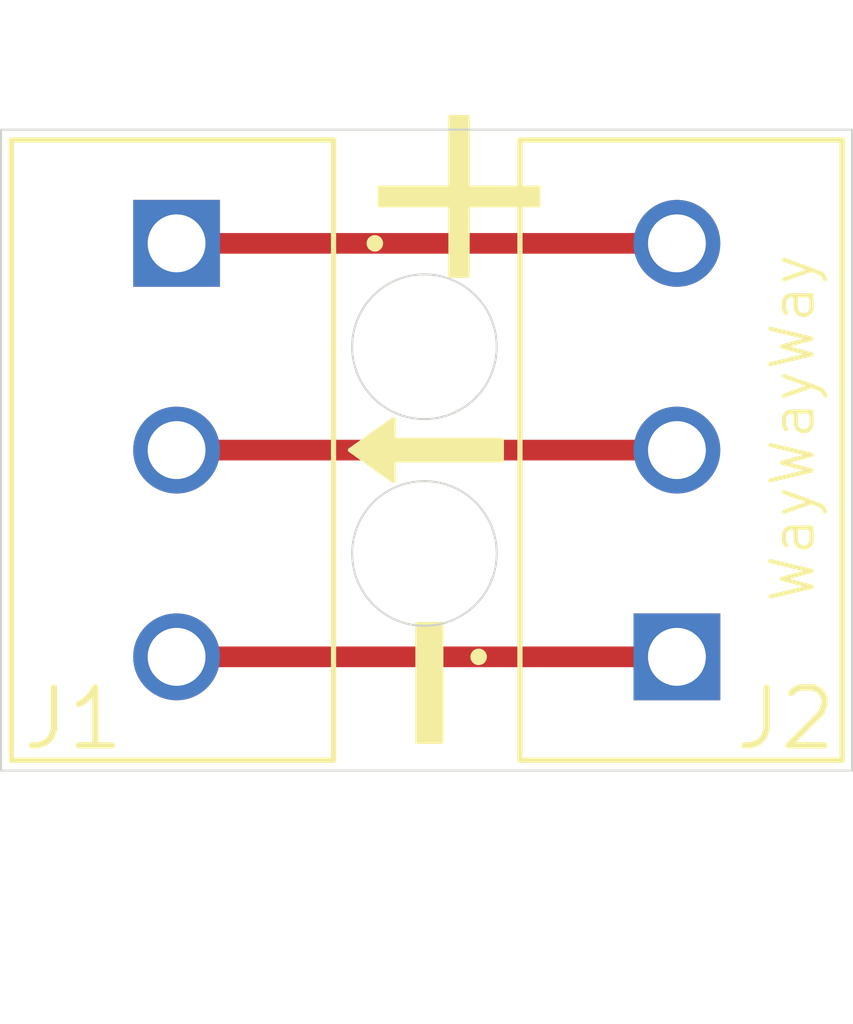
<source format=kicad_pcb>
(kicad_pcb (version 20240108) (generator "pcbnew") (generator_version "8.0")
  (layers (0 "F.Cu" signal) (31 "B.Cu" signal) (34 "B.Paste" user) (35 "F.Paste" user) (36 "B.SilkS" user "B.Silkscreen") (37 "F.SilkS" user "F.Silkscreen") (38 "B.Mask" user) (39 "F.Mask" user) (44 "Edge.Cuts" user))
  (net 0 "")
  (net 1 "/Signal")
  (net 2 "/Vdd")
  (net 3 "/Vss")
  (footprint "AusOcean:CUI_TB003-500-P03BE" (layer "F.Cu") (at 109 67.5 -90)
    (property "Reference" "J1" (at 11.5 2.5 360) (layer "F.SilkS") (effects (font (size 1.4 1.4))))
    (property "Value" "Screw_Terminal_01x03")
    (fp_line (start -2.5 4) (end -2.5 -3.8) (stroke (width 0.127)) (layer "F.SilkS"))
    (fp_line (start 12.5 4) (end -2.5 4) (stroke (width 0.127)) (layer "F.SilkS"))
    (fp_line (start -2.5 -3.8) (end 12.5 -3.8) (stroke (width 0.127)) (layer "F.SilkS"))
    (fp_line (start 12.5 -3.8) (end 12.5 4) (stroke (width 0.127)) (layer "F.SilkS"))
    (fp_circle (center 0 -4.8) (end 0.1 -4.8) (stroke (width 0.2)) (fill none) (layer "F.SilkS"))
    (pad "1" thru_hole rect (at 0 0 270) (size 2.1 2.1) (drill 1.4) (layers "*.Cu" "*.Mask") (net 2 "/Vdd"))
    (pad "2" thru_hole circle (at 5 0 270) (size 2.1 2.1) (drill 1.4) (layers "*.Cu" "*.Mask") (net 1 "/Signal"))
    (pad "3" thru_hole circle (at 10 0 270) (size 2.1 2.1) (drill 1.4) (layers "*.Cu" "*.Mask") (net 3 "/Vss"))
  )
  (footprint "AusOcean:CUI_TB003-500-P03BE" (layer "F.Cu") (at 121.1125 77.5 90)
    (property "Reference" "J2" (at -1.5 2.6375 180) (layer "F.SilkS") (effects (font (size 1.4 1.4))))
    (property "Value" "Screw_Terminal_01x03")
    (fp_line (start 12.5 -3.8) (end 12.5 4) (stroke (width 0.127)) (layer "F.SilkS"))
    (fp_line (start -2.5 -3.8) (end 12.5 -3.8) (stroke (width 0.127)) (layer "F.SilkS"))
    (fp_line (start 12.5 4) (end -2.5 4) (stroke (width 0.127)) (layer "F.SilkS"))
    (fp_line (start -2.5 4) (end -2.5 -3.8) (stroke (width 0.127)) (layer "F.SilkS"))
    (fp_circle (center 0 -4.8) (end 0.1 -4.8) (stroke (width 0.2)) (fill none) (layer "F.SilkS"))
    (pad "1" thru_hole rect (at 0 0 90) (size 2.1 2.1) (drill 1.4) (layers "*.Cu" "*.Mask") (net 3 "/Vss"))
    (pad "2" thru_hole circle (at 5 0 90) (size 2.1 2.1) (drill 1.4) (layers "*.Cu" "*.Mask") (net 1 "/Signal"))
    (pad "3" thru_hole circle (at 10 0 90) (size 2.1 2.1) (drill 1.4) (layers "*.Cu" "*.Mask") (net 2 "/Vdd"))
  )
  (gr_rect (start 113.875 72.25) (end 116.875 72.75) (stroke (width 0.1)) (fill solid) (layer "F.SilkS"))
  (gr_poly (pts (xy 114.25 73.25) (xy 114.25 71.75) (xy 113.195092 72.5)) (stroke (width 0.1)) (fill solid) (layer "F.SilkS"))
  (gr_circle (center 115 70) (end 116.75 70) (stroke (width 0.05)) (fill none) (layer "Edge.Cuts"))
  (gr_rect (start 104.75 64.75) (end 125.35 80.25) (stroke (width 0.05)) (fill none) (layer "Edge.Cuts"))
  (gr_circle (center 115 75) (end 116.75 75) (stroke (width 0.05)) (fill none) (layer "Edge.Cuts"))
  (gr_text "-" (at 118.45 80.15 90) (layer "F.SilkS") (effects (font (size 6 8)) (justify left bottom)))
  (gr_text "WayWayWay" (at 124.5 76.25 90) (layer "F.SilkS") (effects (font (size 1 1) (thickness 0.1)) (justify left bottom)))
  (gr_text "+" (at 113.2 69.1 0) (layer "F.SilkS") (effects (font (size 4.5 4.5)) (justify left bottom)))
  (segment (start 109 72.5) (end 121.1125 72.5) (width 0.5) (layer "F.Cu") (net 1))
  (segment (start 109 67.5) (end 121.1125 67.5) (width 0.5) (layer "F.Cu") (net 2))
  (segment (start 109 77.5) (end 121.1125 77.5) (width 0.5) (layer "F.Cu") (net 3))
)
</source>
